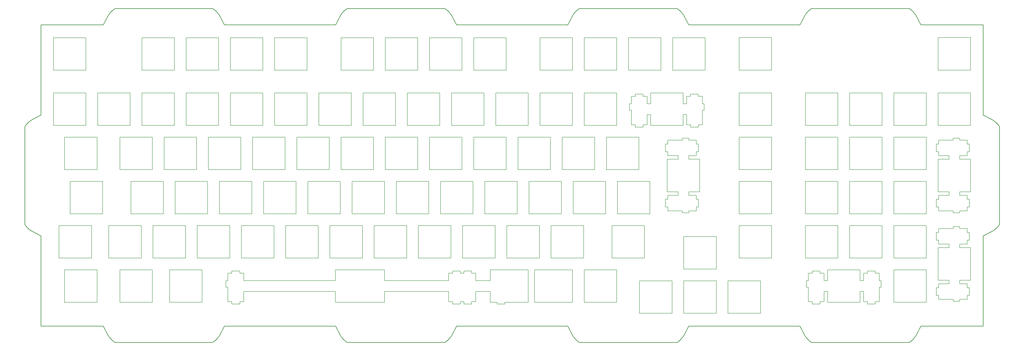
<source format=gm1>
%TF.GenerationSoftware,KiCad,Pcbnew,(6.0.4)*%
%TF.CreationDate,2022-05-15T20:24:28+02:00*%
%TF.ProjectId,plate,706c6174-652e-46b6-9963-61645f706362,rev?*%
%TF.SameCoordinates,Original*%
%TF.FileFunction,Profile,NP*%
%FSLAX46Y46*%
G04 Gerber Fmt 4.6, Leading zero omitted, Abs format (unit mm)*
G04 Created by KiCad (PCBNEW (6.0.4)) date 2022-05-15 20:24:28*
%MOMM*%
%LPD*%
G01*
G04 APERTURE LIST*
%TA.AperFunction,Profile*%
%ADD10C,0.264582*%
%TD*%
%TA.AperFunction,Profile*%
%ADD11C,0.188976*%
%TD*%
G04 APERTURE END LIST*
D10*
X7294943Y-211831716D02*
X7294943Y-172980795D01*
X7294943Y-211831716D02*
X7294943Y-211831716D01*
X34149170Y-211831716D02*
X7294943Y-211831716D01*
X134149176Y-211831716D02*
X86249167Y-211831716D01*
X234149176Y-211831808D02*
X186249167Y-211831701D01*
X334149176Y-211831716D02*
X286249152Y-211831823D01*
X413103278Y-211831716D02*
X386249182Y-211831716D01*
X413103278Y-211831716D02*
X413103278Y-211831716D01*
X413103278Y-172980795D02*
X413103278Y-211831716D01*
X413103278Y-82029864D02*
X413103278Y-120880796D01*
X413103278Y-82029864D02*
X413103278Y-82029864D01*
X386249182Y-82029864D02*
X413103278Y-82029864D01*
X286249152Y-82029864D02*
X334149176Y-82029864D01*
X186249167Y-82029864D02*
X234149176Y-82029864D01*
X86249167Y-82029864D02*
X134149176Y-82029864D01*
X7294944Y-82029863D02*
X34149170Y-82029863D01*
X7294944Y-82029863D02*
X7294944Y-82029863D01*
X7294943Y-120880793D02*
X7294944Y-82029863D01*
X339199164Y-218831716D02*
X381199164Y-218831716D01*
X381470778Y-218663544D02*
X381199164Y-218831716D01*
X381729375Y-218489587D02*
X381470778Y-218663544D01*
X381975523Y-218310096D02*
X381729375Y-218489587D01*
X382209788Y-218125324D02*
X381975523Y-218310096D01*
X382432739Y-217935524D02*
X382209788Y-218125324D01*
X382644943Y-217740948D02*
X382432739Y-217935524D01*
X383039380Y-217338474D02*
X382644943Y-217740948D01*
X383397639Y-216919921D02*
X383039380Y-217338474D01*
X383724259Y-216487307D02*
X383397639Y-216919921D01*
X384023782Y-216042650D02*
X383724259Y-216487307D01*
X384300745Y-215587967D02*
X384023782Y-216042650D01*
X386249152Y-211831716D02*
X384300745Y-215587967D01*
X338927550Y-218663544D02*
X339199164Y-218831716D01*
X338668953Y-218489587D02*
X338927550Y-218663544D01*
X338422806Y-218310096D02*
X338668953Y-218489587D01*
X338188541Y-218125324D02*
X338422806Y-218310096D01*
X337965591Y-217935524D02*
X338188541Y-218125324D01*
X337753387Y-217740948D02*
X337965591Y-217935524D01*
X337358952Y-217338474D02*
X337753387Y-217740948D01*
X337000695Y-216919921D02*
X337358952Y-217338474D01*
X336674077Y-216487307D02*
X337000695Y-216919921D01*
X336374556Y-216042650D02*
X336674077Y-216487307D01*
X336097594Y-215587967D02*
X336374556Y-216042650D01*
X334149176Y-211831716D02*
X336097594Y-215587967D01*
X39199172Y-218831716D02*
X81199172Y-218831716D01*
X81470786Y-218663544D02*
X81199172Y-218831716D01*
X81729382Y-218489587D02*
X81470786Y-218663544D01*
X81975530Y-218310096D02*
X81729382Y-218489587D01*
X82209795Y-218125324D02*
X81975530Y-218310096D01*
X82432745Y-217935524D02*
X82209795Y-218125324D01*
X82644949Y-217740948D02*
X82432745Y-217935524D01*
X83039385Y-217338474D02*
X82644949Y-217740948D01*
X83397642Y-216919921D02*
X83039385Y-217338474D01*
X83724261Y-216487307D02*
X83397642Y-216919921D01*
X84023782Y-216042650D02*
X83724261Y-216487307D01*
X84300745Y-215587967D02*
X84023782Y-216042650D01*
X86249167Y-211831716D02*
X84300745Y-215587967D01*
X38927557Y-218663544D02*
X39199172Y-218831716D01*
X38668960Y-218489587D02*
X38927557Y-218663544D01*
X38422812Y-218310096D02*
X38668960Y-218489587D01*
X38188547Y-218125324D02*
X38422812Y-218310096D01*
X37965596Y-217935524D02*
X38188547Y-218125324D01*
X37753392Y-217740948D02*
X37965596Y-217935524D01*
X37358956Y-217338474D02*
X37753392Y-217740948D01*
X37000698Y-216919921D02*
X37358956Y-217338474D01*
X36674078Y-216487307D02*
X37000698Y-216919921D01*
X36374556Y-216042650D02*
X36674078Y-216487307D01*
X36097593Y-215587967D02*
X36374556Y-216042650D01*
X34149172Y-211831716D02*
X36097593Y-215587967D01*
X139199179Y-218831716D02*
X181199179Y-218831716D01*
X181470793Y-218663544D02*
X181199179Y-218831716D01*
X181729390Y-218489587D02*
X181470793Y-218663544D01*
X181975538Y-218310096D02*
X181729390Y-218489587D01*
X182209803Y-218125324D02*
X181975538Y-218310096D01*
X182432754Y-217935524D02*
X182209803Y-218125324D01*
X182644957Y-217740948D02*
X182432754Y-217935524D01*
X183039393Y-217338474D02*
X182644957Y-217740948D01*
X183397651Y-216919921D02*
X183039393Y-217338474D01*
X183724271Y-216487307D02*
X183397651Y-216919921D01*
X184023793Y-216042650D02*
X183724271Y-216487307D01*
X184300757Y-215587967D02*
X184023793Y-216042650D01*
X186249182Y-211831716D02*
X184300757Y-215587967D01*
X138927564Y-218663544D02*
X139199179Y-218831716D01*
X138668966Y-218489587D02*
X138927564Y-218663544D01*
X138422817Y-218310096D02*
X138668966Y-218489587D01*
X138188551Y-218125324D02*
X138422817Y-218310096D01*
X137965600Y-217935524D02*
X138188551Y-218125324D01*
X137753395Y-217740948D02*
X137965600Y-217935524D01*
X137358958Y-217338474D02*
X137753395Y-217740948D01*
X137000700Y-216919921D02*
X137358958Y-217338474D01*
X136674080Y-216487307D02*
X137000700Y-216919921D01*
X136374559Y-216042650D02*
X136674080Y-216487307D01*
X136097596Y-215587967D02*
X136374559Y-216042650D01*
X134149176Y-211831716D02*
X136097596Y-215587967D01*
X239199164Y-218831808D02*
X281199164Y-218831808D01*
X281470778Y-218663637D02*
X281199164Y-218831808D01*
X281729375Y-218489681D02*
X281470778Y-218663637D01*
X281975523Y-218310191D02*
X281729375Y-218489681D01*
X282209788Y-218125421D02*
X281975523Y-218310191D01*
X282432739Y-217935622D02*
X282209788Y-218125421D01*
X282644943Y-217741046D02*
X282432739Y-217935622D01*
X283039380Y-217338574D02*
X282644943Y-217741046D01*
X283397639Y-216920023D02*
X283039380Y-217338574D01*
X283724259Y-216487410D02*
X283397639Y-216920023D01*
X284023782Y-216042753D02*
X283724259Y-216487410D01*
X284300745Y-215588070D02*
X284023782Y-216042753D01*
X286249152Y-211831808D02*
X284300745Y-215588070D01*
X238927550Y-218663637D02*
X239199164Y-218831808D01*
X238668953Y-218489681D02*
X238927550Y-218663637D01*
X238422806Y-218310191D02*
X238668953Y-218489681D01*
X238188540Y-218125421D02*
X238422806Y-218310191D01*
X237965590Y-217935622D02*
X238188540Y-218125421D01*
X237753386Y-217741046D02*
X237965590Y-217935622D01*
X237358950Y-217338574D02*
X237753386Y-217741046D01*
X237000692Y-216920023D02*
X237358950Y-217338574D01*
X236674073Y-216487410D02*
X237000692Y-216920023D01*
X236374551Y-216042753D02*
X236674073Y-216487410D01*
X236097588Y-215588070D02*
X236374551Y-216042753D01*
X234149176Y-211831808D02*
X236097588Y-215588070D01*
X339199164Y-75029864D02*
X381199164Y-75029864D01*
X381470778Y-75198035D02*
X381199164Y-75029864D01*
X381729375Y-75371992D02*
X381470778Y-75198035D01*
X381975523Y-75551482D02*
X381729375Y-75371992D01*
X382209788Y-75736252D02*
X381975523Y-75551482D01*
X382432739Y-75926052D02*
X382209788Y-75736252D01*
X382644943Y-76120628D02*
X382432739Y-75926052D01*
X383039380Y-76523101D02*
X382644943Y-76120628D01*
X383397639Y-76941653D02*
X383039380Y-76523101D01*
X383724259Y-77374266D02*
X383397639Y-76941653D01*
X384023782Y-77818923D02*
X383724259Y-77374266D01*
X384300745Y-78273606D02*
X384023782Y-77818923D01*
X386249152Y-82029863D02*
X384300745Y-78273606D01*
X338927550Y-75198035D02*
X339199164Y-75029864D01*
X338668953Y-75371992D02*
X338927550Y-75198035D01*
X338422806Y-75551482D02*
X338668953Y-75371992D01*
X338188541Y-75736252D02*
X338422806Y-75551482D01*
X337965591Y-75926052D02*
X338188541Y-75736252D01*
X337753387Y-76120628D02*
X337965591Y-75926052D01*
X337358952Y-76523101D02*
X337753387Y-76120628D01*
X337000695Y-76941653D02*
X337358952Y-76523101D01*
X336674077Y-77374266D02*
X337000695Y-76941653D01*
X336374556Y-77818923D02*
X336674077Y-77374266D01*
X336097594Y-78273606D02*
X336374556Y-77818923D01*
X334149176Y-82029863D02*
X336097594Y-78273606D01*
X420103278Y-167930792D02*
X420103278Y-125930796D01*
X419935106Y-125659177D02*
X420103278Y-125930792D01*
X419761148Y-125400580D02*
X419935106Y-125659177D01*
X419581658Y-125154433D02*
X419761148Y-125400580D01*
X419396886Y-124920167D02*
X419581658Y-125154433D01*
X419207086Y-124697216D02*
X419396886Y-124920167D01*
X419012510Y-124485013D02*
X419207086Y-124697216D01*
X418610037Y-124090577D02*
X419012510Y-124485013D01*
X418191486Y-123732319D02*
X418610037Y-124090577D01*
X417758873Y-123405699D02*
X418191486Y-123732319D01*
X417314216Y-123106178D02*
X417758873Y-123405699D01*
X416859534Y-122829214D02*
X417314216Y-123106178D01*
X413103278Y-120880793D02*
X416859534Y-122829214D01*
X419935106Y-168202406D02*
X420103278Y-167930792D01*
X419761148Y-168461004D02*
X419935106Y-168202406D01*
X419581658Y-168707152D02*
X419761148Y-168461004D01*
X419396886Y-168941418D02*
X419581658Y-168707152D01*
X419207086Y-169164369D02*
X419396886Y-168941418D01*
X419012510Y-169376573D02*
X419207086Y-169164369D01*
X418610037Y-169771009D02*
X419012510Y-169376573D01*
X418191486Y-170129267D02*
X418610037Y-169771009D01*
X417758873Y-170455887D02*
X418191486Y-170129267D01*
X417314216Y-170755408D02*
X417758873Y-170455887D01*
X416859534Y-171032371D02*
X417314216Y-170755408D01*
X413103278Y-172980787D02*
X416859534Y-171032371D01*
X294946Y-167930792D02*
X294944Y-125930796D01*
X463116Y-125659177D02*
X294944Y-125930792D01*
X637072Y-125400580D02*
X463116Y-125659177D01*
X816562Y-125154433D02*
X637072Y-125400580D01*
X1001333Y-124920167D02*
X816562Y-125154433D01*
X1191133Y-124697216D02*
X1001333Y-124920167D01*
X1385709Y-124485013D02*
X1191133Y-124697216D01*
X1788182Y-124090577D02*
X1385709Y-124485013D01*
X2206734Y-123732319D02*
X1788182Y-124090577D01*
X2639347Y-123405699D02*
X2206734Y-123732319D01*
X3084004Y-123106178D02*
X2639347Y-123405699D01*
X3538687Y-122829214D02*
X3084004Y-123106178D01*
X7294944Y-120880793D02*
X3538687Y-122829214D01*
X463118Y-168202406D02*
X294946Y-167930792D01*
X637074Y-168461004D02*
X463118Y-168202406D01*
X816564Y-168707152D02*
X637074Y-168461004D01*
X1001335Y-168941418D02*
X816564Y-168707152D01*
X1191135Y-169164369D02*
X1001335Y-168941418D01*
X1385711Y-169376573D02*
X1191135Y-169164369D01*
X1788183Y-169771009D02*
X1385711Y-169376573D01*
X2206735Y-170129267D02*
X1788183Y-169771009D01*
X2639349Y-170455887D02*
X2206735Y-170129267D01*
X3084006Y-170755408D02*
X2639349Y-170455887D01*
X3538689Y-171032371D02*
X3084006Y-170755408D01*
X7294947Y-172980787D02*
X3538689Y-171032371D01*
X39199172Y-75029864D02*
X81199172Y-75029864D01*
X81470786Y-75198035D02*
X81199172Y-75029864D01*
X81729382Y-75371992D02*
X81470786Y-75198035D01*
X81975530Y-75551482D02*
X81729382Y-75371992D01*
X82209795Y-75736252D02*
X81975530Y-75551482D01*
X82432745Y-75926052D02*
X82209795Y-75736252D01*
X82644949Y-76120628D02*
X82432745Y-75926052D01*
X83039385Y-76523101D02*
X82644949Y-76120628D01*
X83397642Y-76941653D02*
X83039385Y-76523101D01*
X83724261Y-77374266D02*
X83397642Y-76941653D01*
X84023782Y-77818923D02*
X83724261Y-77374266D01*
X84300745Y-78273606D02*
X84023782Y-77818923D01*
X86249167Y-82029863D02*
X84300745Y-78273606D01*
X38927557Y-75198035D02*
X39199172Y-75029864D01*
X38668960Y-75371992D02*
X38927557Y-75198035D01*
X38422812Y-75551482D02*
X38668960Y-75371992D01*
X38188547Y-75736252D02*
X38422812Y-75551482D01*
X37965596Y-75926052D02*
X38188547Y-75736252D01*
X37753392Y-76120628D02*
X37965596Y-75926052D01*
X37358956Y-76523101D02*
X37753392Y-76120628D01*
X37000698Y-76941653D02*
X37358956Y-76523101D01*
X36674078Y-77374266D02*
X37000698Y-76941653D01*
X36374556Y-77818923D02*
X36674078Y-77374266D01*
X36097593Y-78273606D02*
X36374556Y-77818923D01*
X34149172Y-82029863D02*
X36097593Y-78273606D01*
X139199179Y-75029864D02*
X181199179Y-75029864D01*
X181470793Y-75198035D02*
X181199179Y-75029864D01*
X181729390Y-75371992D02*
X181470793Y-75198035D01*
X181975538Y-75551482D02*
X181729390Y-75371992D01*
X182209803Y-75736252D02*
X181975538Y-75551482D01*
X182432754Y-75926052D02*
X182209803Y-75736252D01*
X182644957Y-76120628D02*
X182432754Y-75926052D01*
X183039393Y-76523101D02*
X182644957Y-76120628D01*
X183397651Y-76941653D02*
X183039393Y-76523101D01*
X183724271Y-77374266D02*
X183397651Y-76941653D01*
X184023793Y-77818923D02*
X183724271Y-77374266D01*
X184300757Y-78273606D02*
X184023793Y-77818923D01*
X186249182Y-82029863D02*
X184300757Y-78273606D01*
X138927564Y-75198035D02*
X139199179Y-75029864D01*
X138668966Y-75371992D02*
X138927564Y-75198035D01*
X138422817Y-75551482D02*
X138668966Y-75371992D01*
X138188551Y-75736252D02*
X138422817Y-75551482D01*
X137965600Y-75926052D02*
X138188551Y-75736252D01*
X137753395Y-76120628D02*
X137965600Y-75926052D01*
X137358958Y-76523101D02*
X137753395Y-76120628D01*
X137000700Y-76941653D02*
X137358958Y-76523101D01*
X136674080Y-77374266D02*
X137000700Y-76941653D01*
X136374559Y-77818923D02*
X136674080Y-77374266D01*
X136097596Y-78273606D02*
X136374559Y-77818923D01*
X134149176Y-82029863D02*
X136097596Y-78273606D01*
X239199164Y-75029864D02*
X281199164Y-75029864D01*
X281470778Y-75198035D02*
X281199164Y-75029864D01*
X281729375Y-75371992D02*
X281470778Y-75198035D01*
X281975523Y-75551482D02*
X281729375Y-75371992D01*
X282209788Y-75736252D02*
X281975523Y-75551482D01*
X282432739Y-75926052D02*
X282209788Y-75736252D01*
X282644943Y-76120628D02*
X282432739Y-75926052D01*
X283039380Y-76523101D02*
X282644943Y-76120628D01*
X283397639Y-76941653D02*
X283039380Y-76523101D01*
X283724259Y-77374266D02*
X283397639Y-76941653D01*
X284023782Y-77818923D02*
X283724259Y-77374266D01*
X284300745Y-78273606D02*
X284023782Y-77818923D01*
X286249152Y-82029863D02*
X284300745Y-78273606D01*
X238927550Y-75198035D02*
X239199164Y-75029864D01*
X238668953Y-75371992D02*
X238927550Y-75198035D01*
X238422806Y-75551482D02*
X238668953Y-75371992D01*
X238188540Y-75736252D02*
X238422806Y-75551482D01*
X237965590Y-75926052D02*
X238188540Y-75736252D01*
X237753386Y-76120628D02*
X237965590Y-75926052D01*
X237358950Y-76523101D02*
X237753386Y-76120628D01*
X237000692Y-76941653D02*
X237358950Y-76523101D01*
X236674073Y-77374266D02*
X237000692Y-76941653D01*
X236374551Y-77818923D02*
X236674073Y-77374266D01*
X236097588Y-78273606D02*
X236374551Y-77818923D01*
X234149176Y-82029863D02*
X236097588Y-78273606D01*
D11*
X26700993Y-87567006D02*
X12700994Y-87567006D01*
X26700993Y-87567006D02*
X26700993Y-87567006D01*
X26700993Y-101567003D02*
X26700993Y-87567006D01*
X26700993Y-101567003D02*
X26700993Y-101567003D01*
X12700994Y-101567003D02*
X26700993Y-101567003D01*
X12700994Y-101567003D02*
X12700994Y-101567003D01*
X12700994Y-87567006D02*
X12700994Y-101567003D01*
X64800993Y-87567006D02*
X50800993Y-87567006D01*
X64800993Y-87567006D02*
X64800993Y-87567006D01*
X64800993Y-101567003D02*
X64800993Y-87567006D01*
X64800993Y-101567003D02*
X64800993Y-101567003D01*
X50800993Y-101567003D02*
X64800993Y-101567003D01*
X50800993Y-101567003D02*
X50800993Y-101567003D01*
X50800993Y-87567006D02*
X50800993Y-101567003D01*
X83850997Y-87567006D02*
X69850997Y-87567006D01*
X83850997Y-87567006D02*
X83850997Y-87567006D01*
X83850997Y-101567003D02*
X83850997Y-87567006D01*
X83850997Y-101567003D02*
X83850997Y-101567003D01*
X69850997Y-101567003D02*
X83850997Y-101567003D01*
X69850997Y-101567003D02*
X69850997Y-101567003D01*
X69850997Y-87567006D02*
X69850997Y-101567003D01*
X102900992Y-87567006D02*
X88900992Y-87567006D01*
X102900992Y-87567006D02*
X102900992Y-87567006D01*
X102900992Y-101567003D02*
X102900992Y-87567006D01*
X102900992Y-101567003D02*
X102900992Y-101567003D01*
X88900992Y-101567003D02*
X102900992Y-101567003D01*
X88900992Y-101567003D02*
X88900992Y-101567003D01*
X88900992Y-87567006D02*
X88900992Y-101567003D01*
X121949996Y-87567006D02*
X107949996Y-87567006D01*
X121949996Y-87567006D02*
X121949996Y-87567006D01*
X121949996Y-101567003D02*
X121949996Y-87567006D01*
X121949996Y-101567003D02*
X121949996Y-101567003D01*
X107949996Y-101567003D02*
X121949996Y-101567003D01*
X107949996Y-101567003D02*
X107949996Y-101567003D01*
X107949996Y-87567006D02*
X107949996Y-101567003D01*
X150525992Y-87567006D02*
X136525992Y-87567006D01*
X150525992Y-87567006D02*
X150525992Y-87567006D01*
X150525992Y-101567003D02*
X150525992Y-87567006D01*
X150525992Y-101567003D02*
X150525992Y-101567003D01*
X136525992Y-101567003D02*
X150525992Y-101567003D01*
X136525992Y-101567003D02*
X136525992Y-101567003D01*
X136525992Y-87567006D02*
X136525992Y-101567003D01*
X169575995Y-87567006D02*
X155575995Y-87567006D01*
X169575995Y-87567006D02*
X169575995Y-87567006D01*
X169575995Y-101567003D02*
X169575995Y-87567006D01*
X169575995Y-101567003D02*
X169575995Y-101567003D01*
X155575995Y-101567003D02*
X169575995Y-101567003D01*
X155575995Y-101567003D02*
X155575995Y-101567003D01*
X155575995Y-87567006D02*
X155575995Y-101567003D01*
X188625998Y-87567006D02*
X174625998Y-87567006D01*
X188625998Y-87567006D02*
X188625998Y-87567006D01*
X188625998Y-101567003D02*
X188625998Y-87567006D01*
X188625998Y-101567003D02*
X188625998Y-101567003D01*
X174625998Y-101567003D02*
X188625998Y-101567003D01*
X174625998Y-101567003D02*
X174625998Y-101567003D01*
X174625998Y-87567006D02*
X174625998Y-101567003D01*
X207676001Y-87567006D02*
X193676001Y-87567006D01*
X207676001Y-87567006D02*
X207676001Y-87567006D01*
X207676001Y-101567003D02*
X207676001Y-87567006D01*
X207676001Y-101567003D02*
X207676001Y-101567003D01*
X193676001Y-101567003D02*
X207676001Y-101567003D01*
X193676001Y-101567003D02*
X193676001Y-101567003D01*
X193676001Y-87567006D02*
X193676001Y-101567003D01*
X236250998Y-87567006D02*
X222250998Y-87567006D01*
X236250998Y-87567006D02*
X236250998Y-87567006D01*
X236250998Y-101567003D02*
X236250998Y-87567006D01*
X236250998Y-101567003D02*
X236250998Y-101567003D01*
X222250998Y-101567003D02*
X236250998Y-101567003D01*
X222250998Y-101567003D02*
X222250998Y-101567003D01*
X222250998Y-87567006D02*
X222250998Y-101567003D01*
X255301001Y-87567006D02*
X241301001Y-87567006D01*
X255301001Y-87567006D02*
X255301001Y-87567006D01*
X255301001Y-101567003D02*
X255301001Y-87567006D01*
X255301001Y-101567003D02*
X255301001Y-101567003D01*
X241301001Y-101567003D02*
X255301001Y-101567003D01*
X241301001Y-101567003D02*
X241301001Y-101567003D01*
X241301001Y-87567006D02*
X241301001Y-101567003D01*
X274350989Y-87567006D02*
X260350989Y-87567006D01*
X274350989Y-87567006D02*
X274350989Y-87567006D01*
X274350989Y-101567003D02*
X274350989Y-87567006D01*
X274350989Y-101567003D02*
X274350989Y-101567003D01*
X260350989Y-101567003D02*
X274350989Y-101567003D01*
X260350989Y-101567003D02*
X260350989Y-101567003D01*
X260350989Y-87567006D02*
X260350989Y-101567003D01*
X293401007Y-87567006D02*
X279401007Y-87567006D01*
X293401007Y-87567006D02*
X293401007Y-87567006D01*
X293401007Y-101567003D02*
X293401007Y-87567006D01*
X293401007Y-101567003D02*
X293401007Y-101567003D01*
X279401007Y-101567003D02*
X293401007Y-101567003D01*
X279401007Y-101567003D02*
X279401007Y-101567003D01*
X279401007Y-87567006D02*
X279401007Y-101567003D01*
X26700993Y-111379003D02*
X12700994Y-111379003D01*
X26700993Y-111379003D02*
X26700993Y-111379003D01*
X26700993Y-125379003D02*
X26700993Y-111379003D01*
X26700993Y-125379003D02*
X26700993Y-125379003D01*
X12700994Y-125379003D02*
X26700993Y-125379003D01*
X12700994Y-125379003D02*
X12700994Y-125379003D01*
X12700994Y-111379003D02*
X12700994Y-125379003D01*
X45750994Y-111379003D02*
X31750994Y-111379003D01*
X45750994Y-111379003D02*
X45750994Y-111379003D01*
X45750994Y-125379003D02*
X45750994Y-111379003D01*
X45750994Y-125379003D02*
X45750994Y-125379003D01*
X31750994Y-125379003D02*
X45750994Y-125379003D01*
X31750994Y-125379003D02*
X31750994Y-125379003D01*
X31750994Y-111379003D02*
X31750994Y-125379003D01*
X64800993Y-111379003D02*
X50800993Y-111379003D01*
X64800993Y-111379003D02*
X64800993Y-111379003D01*
X64800993Y-125379003D02*
X64800993Y-111379003D01*
X64800993Y-125379003D02*
X64800993Y-125379003D01*
X50800993Y-125379003D02*
X64800993Y-125379003D01*
X50800993Y-125379003D02*
X50800993Y-125379003D01*
X50800993Y-111379003D02*
X50800993Y-125379003D01*
X83850997Y-111379003D02*
X69850997Y-111379003D01*
X83850997Y-111379003D02*
X83850997Y-111379003D01*
X83850997Y-125379003D02*
X83850997Y-111379003D01*
X83850997Y-125379003D02*
X83850997Y-125379003D01*
X69850997Y-125379003D02*
X83850997Y-125379003D01*
X69850997Y-125379003D02*
X69850997Y-125379003D01*
X69850997Y-111379003D02*
X69850997Y-125379003D01*
X102900992Y-111379003D02*
X88900992Y-111379003D01*
X102900992Y-111379003D02*
X102900992Y-111379003D01*
X102900992Y-125379003D02*
X102900992Y-111379003D01*
X102900992Y-125379003D02*
X102900992Y-125379003D01*
X88900992Y-125379003D02*
X102900992Y-125379003D01*
X88900992Y-125379003D02*
X88900992Y-125379003D01*
X88900992Y-111379003D02*
X88900992Y-125379003D01*
X121949996Y-111379003D02*
X107949996Y-111379003D01*
X121949996Y-111379003D02*
X121949996Y-111379003D01*
X121949996Y-125379003D02*
X121949996Y-111379003D01*
X121949996Y-125379003D02*
X121949996Y-125379003D01*
X107949996Y-125379003D02*
X121949996Y-125379003D01*
X107949996Y-125379003D02*
X107949996Y-125379003D01*
X107949996Y-111379003D02*
X107949996Y-125379003D01*
X141000998Y-111379003D02*
X126999991Y-111379003D01*
X141000998Y-111379003D02*
X141000998Y-111379003D01*
X141000998Y-125379003D02*
X141000998Y-111379003D01*
X141000998Y-125379003D02*
X141000998Y-125379003D01*
X126999991Y-125379003D02*
X141000998Y-125379003D01*
X126999991Y-125379003D02*
X126999991Y-125379003D01*
X126999991Y-111379003D02*
X126999991Y-125379003D01*
X160051001Y-111379003D02*
X146051001Y-111379003D01*
X160051001Y-111379003D02*
X160051001Y-111379003D01*
X160051001Y-125379003D02*
X160051001Y-111379003D01*
X160051001Y-125379003D02*
X160051001Y-125379003D01*
X146051001Y-125379003D02*
X160051001Y-125379003D01*
X146051001Y-125379003D02*
X146051001Y-125379003D01*
X146051001Y-111379003D02*
X146051001Y-125379003D01*
X179100989Y-111379003D02*
X165100989Y-111379003D01*
X179100989Y-111379003D02*
X179100989Y-111379003D01*
X179100989Y-125379003D02*
X179100989Y-111379003D01*
X179100989Y-125379003D02*
X179100989Y-125379003D01*
X165100989Y-125379003D02*
X179100989Y-125379003D01*
X165100989Y-125379003D02*
X165100989Y-125379003D01*
X165100989Y-111379003D02*
X165100989Y-125379003D01*
X198150992Y-111379003D02*
X184150992Y-111379003D01*
X198150992Y-111379003D02*
X198150992Y-111379003D01*
X198150992Y-125379003D02*
X198150992Y-111379003D01*
X198150992Y-125379003D02*
X198150992Y-125379003D01*
X184150992Y-125379003D02*
X198150992Y-125379003D01*
X184150992Y-125379003D02*
X184150992Y-125379003D01*
X184150992Y-111379003D02*
X184150992Y-125379003D01*
X217200995Y-111379003D02*
X203200995Y-111379003D01*
X217200995Y-111379003D02*
X217200995Y-111379003D01*
X217200995Y-125379003D02*
X217200995Y-111379003D01*
X217200995Y-125379003D02*
X217200995Y-125379003D01*
X203200995Y-125379003D02*
X217200995Y-125379003D01*
X203200995Y-125379003D02*
X203200995Y-125379003D01*
X203200995Y-111379003D02*
X203200995Y-125379003D01*
X236250998Y-111379003D02*
X222250998Y-111379003D01*
X236250998Y-111379003D02*
X236250998Y-111379003D01*
X236250998Y-125379003D02*
X236250998Y-111379003D01*
X236250998Y-125379003D02*
X236250998Y-125379003D01*
X222250998Y-125379003D02*
X236250998Y-125379003D01*
X222250998Y-125379003D02*
X222250998Y-125379003D01*
X222250998Y-111379003D02*
X222250998Y-125379003D01*
X255301001Y-111379003D02*
X241301001Y-111379003D01*
X255301001Y-111379003D02*
X255301001Y-111379003D01*
X255301001Y-125379003D02*
X255301001Y-111379003D01*
X255301001Y-125379003D02*
X255301001Y-125379003D01*
X241301001Y-125379003D02*
X255301001Y-125379003D01*
X241301001Y-125379003D02*
X241301001Y-125379003D01*
X241301001Y-111379003D02*
X241301001Y-125379003D01*
X407700995Y-101538608D02*
X407700995Y-87538608D01*
X407700995Y-101538608D02*
X407700995Y-101538608D01*
X393700995Y-101538608D02*
X407700995Y-101538608D01*
X393700995Y-101538608D02*
X393700995Y-101538608D01*
X393700995Y-87538608D02*
X393700995Y-101538608D01*
X393700995Y-87538608D02*
X393700995Y-87538608D01*
X407700995Y-87538608D02*
X393700995Y-87538608D01*
X321975989Y-111379003D02*
X307975989Y-111379003D01*
X321975989Y-111379003D02*
X321975989Y-111379003D01*
X321975989Y-125379003D02*
X321975989Y-111379003D01*
X321975989Y-125379003D02*
X321975989Y-125379003D01*
X307975989Y-125379003D02*
X321975989Y-125379003D01*
X307975989Y-125379003D02*
X307975989Y-125379003D01*
X307975989Y-111379003D02*
X307975989Y-125379003D01*
X350551001Y-111379003D02*
X336551001Y-111379003D01*
X350551001Y-111379003D02*
X350551001Y-111379003D01*
X350551001Y-125379003D02*
X350551001Y-111379003D01*
X350551001Y-125379003D02*
X350551001Y-125379003D01*
X336551001Y-125379003D02*
X350551001Y-125379003D01*
X336551001Y-125379003D02*
X336551001Y-125379003D01*
X336551001Y-111379003D02*
X336551001Y-125379003D01*
X369600989Y-111379003D02*
X355600989Y-111379003D01*
X369600989Y-111379003D02*
X369600989Y-111379003D01*
X369600989Y-125379003D02*
X369600989Y-111379003D01*
X369600989Y-125379003D02*
X369600989Y-125379003D01*
X355600989Y-125379003D02*
X369600989Y-125379003D01*
X355600989Y-125379003D02*
X355600989Y-125379003D01*
X355600989Y-111379003D02*
X355600989Y-125379003D01*
X388651007Y-111379003D02*
X374651007Y-111379003D01*
X388651007Y-111379003D02*
X388651007Y-111379003D01*
X388651007Y-125379003D02*
X388651007Y-111379003D01*
X388651007Y-125379003D02*
X388651007Y-125379003D01*
X374651007Y-125379003D02*
X388651007Y-125379003D01*
X374651007Y-125379003D02*
X374651007Y-125379003D01*
X374651007Y-111379003D02*
X374651007Y-125379003D01*
X307975989Y-101538608D02*
X321975989Y-101538608D01*
X307975989Y-101538608D02*
X307975989Y-101538608D01*
X307975989Y-87538608D02*
X307975989Y-101538608D01*
X307975989Y-87538608D02*
X307975989Y-87538608D01*
X321975989Y-87538608D02*
X307975989Y-87538608D01*
X321975989Y-87538608D02*
X321975989Y-87538608D01*
X321975989Y-101538608D02*
X321975989Y-87538608D01*
X407700995Y-111379003D02*
X393700995Y-111379003D01*
X407700995Y-111379003D02*
X407700995Y-111379003D01*
X407700995Y-125379003D02*
X407700995Y-111379003D01*
X407700995Y-125379003D02*
X407700995Y-125379003D01*
X393700995Y-125379003D02*
X407700995Y-125379003D01*
X393700995Y-125379003D02*
X393700995Y-125379003D01*
X393700995Y-111379003D02*
X393700995Y-125379003D01*
X283875983Y-111379003D02*
X269875983Y-111379003D01*
X283875983Y-111379003D02*
X283875983Y-111379003D01*
X283875983Y-116079000D02*
X283875983Y-111379003D01*
X283875983Y-116079000D02*
X283875983Y-116079000D01*
X285401007Y-116079000D02*
X283875983Y-116079000D01*
X285401007Y-116079000D02*
X285401007Y-116079000D01*
X285401007Y-112849001D02*
X285401007Y-116079000D01*
X285401007Y-112849001D02*
X285401007Y-112849001D01*
X287125983Y-112849001D02*
X285401007Y-112849001D01*
X287125983Y-112849001D02*
X287125983Y-112849001D01*
X287125983Y-111929005D02*
X287125983Y-112849001D01*
X287125983Y-111929005D02*
X287125983Y-111929005D01*
X290426001Y-111929005D02*
X287125983Y-111929005D01*
X290426001Y-111929005D02*
X290426001Y-111929005D01*
X290426001Y-112849001D02*
X290426001Y-111929005D01*
X290426001Y-112849001D02*
X290426001Y-112849001D01*
X292151007Y-112849001D02*
X290426001Y-112849001D01*
X292151007Y-112849001D02*
X292151007Y-112849001D01*
X292151007Y-116079000D02*
X292151007Y-112849001D01*
X292151007Y-116079000D02*
X292151007Y-116079000D01*
X292975989Y-116079000D02*
X292151007Y-116079000D01*
X292975989Y-116079000D02*
X292975989Y-116079000D01*
X292975989Y-118879003D02*
X292975989Y-116079000D01*
X292975989Y-118879003D02*
X292975989Y-118879003D01*
X292151007Y-118879003D02*
X292975989Y-118879003D01*
X292151007Y-118879003D02*
X292151007Y-118879003D01*
X292151007Y-125149004D02*
X292151007Y-118879003D01*
X292151007Y-125149004D02*
X292151007Y-125149004D01*
X290426001Y-125149004D02*
X292151007Y-125149004D01*
X290426001Y-125149004D02*
X290426001Y-125149004D01*
X290426001Y-126129003D02*
X290426001Y-125149004D01*
X290426001Y-126129003D02*
X290426001Y-126129003D01*
X287125983Y-126129003D02*
X290426001Y-126129003D01*
X287125983Y-126129003D02*
X287125983Y-126129003D01*
X287125983Y-125149004D02*
X287125983Y-126129003D01*
X287125983Y-125149004D02*
X287125983Y-125149004D01*
X285401007Y-125149004D02*
X287125983Y-125149004D01*
X285401007Y-125149004D02*
X285401007Y-125149004D01*
X285401007Y-120679003D02*
X285401007Y-125149004D01*
X285401007Y-120679003D02*
X285401007Y-120679003D01*
X283875983Y-120679003D02*
X285401007Y-120679003D01*
X283875983Y-120679003D02*
X283875983Y-120679003D01*
X283875983Y-125379003D02*
X283875983Y-120679003D01*
X283875983Y-125379003D02*
X283875983Y-125379003D01*
X269875983Y-125379003D02*
X283875983Y-125379003D01*
X269875983Y-125379003D02*
X269875983Y-125379003D01*
X269875983Y-120679003D02*
X269875983Y-125379003D01*
X269875983Y-120679003D02*
X269875983Y-120679003D01*
X268350989Y-120679003D02*
X269875983Y-120679003D01*
X268350989Y-120679003D02*
X268350989Y-120679003D01*
X268350989Y-125149004D02*
X268350989Y-120679003D01*
X268350989Y-125149004D02*
X268350989Y-125149004D01*
X266625983Y-125149004D02*
X268350989Y-125149004D01*
X266625983Y-125149004D02*
X266625983Y-125149004D01*
X266625983Y-126129003D02*
X266625983Y-125149004D01*
X266625983Y-126129003D02*
X266625983Y-126129003D01*
X263324988Y-126129003D02*
X266625983Y-126129003D01*
X263324988Y-126129003D02*
X263324988Y-126129003D01*
X263324988Y-125149004D02*
X263324988Y-126129003D01*
X263324988Y-125149004D02*
X263324988Y-125149004D01*
X261600989Y-125149004D02*
X263324988Y-125149004D01*
X261600989Y-125149004D02*
X261600989Y-125149004D01*
X261600989Y-118879003D02*
X261600989Y-125149004D01*
X261600989Y-118879003D02*
X261600989Y-118879003D01*
X260775992Y-118879003D02*
X261600989Y-118879003D01*
X260775992Y-118879003D02*
X260775992Y-118879003D01*
X260775992Y-116079000D02*
X260775992Y-118879003D01*
X260775992Y-116079000D02*
X260775992Y-116079000D01*
X261600989Y-116079000D02*
X260775992Y-116079000D01*
X261600989Y-116079000D02*
X261600989Y-116079000D01*
X261600989Y-112849001D02*
X261600989Y-116079000D01*
X261600989Y-112849001D02*
X261600989Y-112849001D01*
X263324988Y-112849001D02*
X261600989Y-112849001D01*
X263324988Y-112849001D02*
X263324988Y-112849001D01*
X263324988Y-111929005D02*
X263324988Y-112849001D01*
X263324988Y-111929005D02*
X263324988Y-111929005D01*
X266625983Y-111929005D02*
X263324988Y-111929005D01*
X266625983Y-111929005D02*
X266625983Y-111929005D01*
X266625983Y-112849001D02*
X266625983Y-111929005D01*
X266625983Y-112849001D02*
X266625983Y-112849001D01*
X268350989Y-112849001D02*
X266625983Y-112849001D01*
X268350989Y-112849001D02*
X268350989Y-112849001D01*
X268350989Y-116079000D02*
X268350989Y-112849001D01*
X268350989Y-116079000D02*
X268350989Y-116079000D01*
X269875983Y-116079000D02*
X268350989Y-116079000D01*
X269875983Y-116079000D02*
X269875983Y-116079000D01*
X269875983Y-111379003D02*
X269875983Y-116079000D01*
X31462994Y-130429003D02*
X17462994Y-130429003D01*
X31462994Y-130429003D02*
X31462994Y-130429003D01*
X31462994Y-144428999D02*
X31462994Y-130429003D01*
X31462994Y-144428999D02*
X31462994Y-144428999D01*
X17462994Y-144428999D02*
X31462994Y-144428999D01*
X17462994Y-144428999D02*
X17462994Y-144428999D01*
X17462994Y-130429003D02*
X17462994Y-144428999D01*
X55275996Y-130429003D02*
X41275996Y-130429003D01*
X55275996Y-130429003D02*
X55275996Y-130429003D01*
X55275996Y-144428999D02*
X55275996Y-130429003D01*
X55275996Y-144428999D02*
X55275996Y-144428999D01*
X41275996Y-144428999D02*
X55275996Y-144428999D01*
X41275996Y-144428999D02*
X41275996Y-144428999D01*
X41275996Y-130429003D02*
X41275996Y-144428999D01*
X74325995Y-130429003D02*
X60325995Y-130429003D01*
X74325995Y-130429003D02*
X74325995Y-130429003D01*
X74325995Y-144428999D02*
X74325995Y-130429003D01*
X74325995Y-144428999D02*
X74325995Y-144428999D01*
X60325995Y-144428999D02*
X74325995Y-144428999D01*
X60325995Y-144428999D02*
X60325995Y-144428999D01*
X60325995Y-130429003D02*
X60325995Y-144428999D01*
X93375990Y-130429003D02*
X79375990Y-130429003D01*
X93375990Y-130429003D02*
X93375990Y-130429003D01*
X93375990Y-144428999D02*
X93375990Y-130429003D01*
X93375990Y-144428999D02*
X93375990Y-144428999D01*
X79375990Y-144428999D02*
X93375990Y-144428999D01*
X79375990Y-144428999D02*
X79375990Y-144428999D01*
X79375990Y-130429003D02*
X79375990Y-144428999D01*
X112425993Y-130429003D02*
X98425993Y-130429003D01*
X112425993Y-130429003D02*
X112425993Y-130429003D01*
X112425993Y-144428999D02*
X112425993Y-130429003D01*
X112425993Y-144428999D02*
X112425993Y-144428999D01*
X98425993Y-144428999D02*
X112425993Y-144428999D01*
X98425993Y-144428999D02*
X98425993Y-144428999D01*
X98425993Y-130429003D02*
X98425993Y-144428999D01*
X131475997Y-130429003D02*
X117475997Y-130429003D01*
X131475997Y-130429003D02*
X131475997Y-130429003D01*
X131475997Y-144428999D02*
X131475997Y-130429003D01*
X131475997Y-144428999D02*
X131475997Y-144428999D01*
X117475997Y-144428999D02*
X131475997Y-144428999D01*
X117475997Y-144428999D02*
X117475997Y-144428999D01*
X117475997Y-130429003D02*
X117475997Y-144428999D01*
X150525992Y-130429003D02*
X136525992Y-130429003D01*
X150525992Y-130429003D02*
X150525992Y-130429003D01*
X150525992Y-144428999D02*
X150525992Y-130429003D01*
X150525992Y-144428999D02*
X150525992Y-144428999D01*
X136525992Y-144428999D02*
X150525992Y-144428999D01*
X136525992Y-144428999D02*
X136525992Y-144428999D01*
X136525992Y-130429003D02*
X136525992Y-144428999D01*
X169575995Y-130429003D02*
X155575995Y-130429003D01*
X169575995Y-130429003D02*
X169575995Y-130429003D01*
X169575995Y-144428999D02*
X169575995Y-130429003D01*
X169575995Y-144428999D02*
X169575995Y-144428999D01*
X155575995Y-144428999D02*
X169575995Y-144428999D01*
X155575995Y-144428999D02*
X155575995Y-144428999D01*
X155575995Y-130429003D02*
X155575995Y-144428999D01*
X188625998Y-130429003D02*
X174625998Y-130429003D01*
X188625998Y-130429003D02*
X188625998Y-130429003D01*
X188625998Y-144428999D02*
X188625998Y-130429003D01*
X188625998Y-144428999D02*
X188625998Y-144428999D01*
X174625998Y-144428999D02*
X188625998Y-144428999D01*
X174625998Y-144428999D02*
X174625998Y-144428999D01*
X174625998Y-130429003D02*
X174625998Y-144428999D01*
X207676001Y-130429003D02*
X193676001Y-130429003D01*
X207676001Y-130429003D02*
X207676001Y-130429003D01*
X207676001Y-144428999D02*
X207676001Y-130429003D01*
X207676001Y-144428999D02*
X207676001Y-144428999D01*
X193676001Y-144428999D02*
X207676001Y-144428999D01*
X193676001Y-144428999D02*
X193676001Y-144428999D01*
X193676001Y-130429003D02*
X193676001Y-144428999D01*
X226725989Y-130429003D02*
X212725989Y-130429003D01*
X226725989Y-130429003D02*
X226725989Y-130429003D01*
X226725989Y-144428999D02*
X226725989Y-130429003D01*
X226725989Y-144428999D02*
X226725989Y-144428999D01*
X212725989Y-144428999D02*
X226725989Y-144428999D01*
X212725989Y-144428999D02*
X212725989Y-144428999D01*
X212725989Y-130429003D02*
X212725989Y-144428999D01*
X245775992Y-130429003D02*
X231775992Y-130429003D01*
X245775992Y-130429003D02*
X245775992Y-130429003D01*
X245775992Y-144428999D02*
X245775992Y-130429003D01*
X245775992Y-144428999D02*
X245775992Y-144428999D01*
X231775992Y-144428999D02*
X245775992Y-144428999D01*
X231775992Y-144428999D02*
X231775992Y-144428999D01*
X231775992Y-130429003D02*
X231775992Y-144428999D01*
X264824988Y-130429003D02*
X250825995Y-130429003D01*
X264824988Y-130429003D02*
X264824988Y-130429003D01*
X264824988Y-144428999D02*
X264824988Y-130429003D01*
X264824988Y-144428999D02*
X264824988Y-144428999D01*
X250825995Y-144428999D02*
X264824988Y-144428999D01*
X250825995Y-144428999D02*
X250825995Y-144428999D01*
X250825995Y-130429003D02*
X250825995Y-144428999D01*
X321975989Y-130429003D02*
X307975989Y-130429003D01*
X321975989Y-130429003D02*
X321975989Y-130429003D01*
X321975989Y-144428999D02*
X321975989Y-130429003D01*
X321975989Y-144428999D02*
X321975989Y-144428999D01*
X307975989Y-144428999D02*
X321975989Y-144428999D01*
X307975989Y-144428999D02*
X307975989Y-144428999D01*
X307975989Y-130429003D02*
X307975989Y-144428999D01*
X350551001Y-130429003D02*
X336551001Y-130429003D01*
X350551001Y-130429003D02*
X350551001Y-130429003D01*
X350551001Y-144428999D02*
X350551001Y-130429003D01*
X350551001Y-144428999D02*
X350551001Y-144428999D01*
X336551001Y-144428999D02*
X350551001Y-144428999D01*
X336551001Y-144428999D02*
X336551001Y-144428999D01*
X336551001Y-130429003D02*
X336551001Y-144428999D01*
X369600989Y-130429003D02*
X355600989Y-130429003D01*
X369600989Y-130429003D02*
X369600989Y-130429003D01*
X369600989Y-144428999D02*
X369600989Y-130429003D01*
X369600989Y-144428999D02*
X369600989Y-144428999D01*
X355600989Y-144428999D02*
X369600989Y-144428999D01*
X355600989Y-144428999D02*
X355600989Y-144428999D01*
X355600989Y-130429003D02*
X355600989Y-144428999D01*
X388651007Y-130429003D02*
X374651007Y-130429003D01*
X388651007Y-130429003D02*
X388651007Y-130429003D01*
X388651007Y-144428999D02*
X388651007Y-130429003D01*
X388651007Y-144428999D02*
X388651007Y-144428999D01*
X374651007Y-144428999D02*
X388651007Y-144428999D01*
X374651007Y-144428999D02*
X374651007Y-144428999D01*
X374651007Y-130429003D02*
X374651007Y-144428999D01*
X286319006Y-130854002D02*
X283518988Y-130854002D01*
X286319006Y-130854002D02*
X286319006Y-130854002D01*
X286319006Y-131679003D02*
X286319006Y-130854002D01*
X286319006Y-131679003D02*
X286319006Y-131679003D01*
X289548987Y-131679003D02*
X286319006Y-131679003D01*
X289548987Y-131679003D02*
X289548987Y-131679003D01*
X289548987Y-133404001D02*
X289548987Y-131679003D01*
X289548987Y-133404001D02*
X289548987Y-133404001D01*
X290469000Y-133404001D02*
X289548987Y-133404001D01*
X290469000Y-133404001D02*
X290469000Y-133404001D01*
X290469000Y-136704000D02*
X290469000Y-133404001D01*
X290469000Y-136704000D02*
X290469000Y-136704000D01*
X289548987Y-136704000D02*
X290469000Y-136704000D01*
X289548987Y-136704000D02*
X289548987Y-136704000D01*
X289548987Y-138429003D02*
X289548987Y-136704000D01*
X289548987Y-138429003D02*
X289548987Y-138429003D01*
X286319006Y-138429003D02*
X289548987Y-138429003D01*
X286319006Y-138429003D02*
X286319006Y-138429003D01*
X286319006Y-139954000D02*
X286319006Y-138429003D01*
X286319006Y-139954000D02*
X286319006Y-139954000D01*
X291018988Y-139954000D02*
X286319006Y-139954000D01*
X291018988Y-139954000D02*
X291018988Y-139954000D01*
X291018988Y-153954000D02*
X291018988Y-139954000D01*
X291018988Y-153954000D02*
X291018988Y-153954000D01*
X286319006Y-153954000D02*
X291018988Y-153954000D01*
X286319006Y-153954000D02*
X286319006Y-153954000D01*
X286319006Y-155479002D02*
X286319006Y-153954000D01*
X286319006Y-155479002D02*
X286319006Y-155479002D01*
X289548987Y-155479002D02*
X286319006Y-155479002D01*
X289548987Y-155479002D02*
X289548987Y-155479002D01*
X289548987Y-157204000D02*
X289548987Y-155479002D01*
X289548987Y-157204000D02*
X289548987Y-157204000D01*
X290469000Y-157204000D02*
X289548987Y-157204000D01*
X290469000Y-157204000D02*
X290469000Y-157204000D01*
X290469000Y-160503996D02*
X290469000Y-157204000D01*
X290469000Y-160503996D02*
X290469000Y-160503996D01*
X289548987Y-160503996D02*
X290469000Y-160503996D01*
X289548987Y-160503996D02*
X289548987Y-160503996D01*
X289548987Y-162229002D02*
X289548987Y-160503996D01*
X289548987Y-162229002D02*
X289548987Y-162229002D01*
X286319006Y-162229002D02*
X289548987Y-162229002D01*
X286319006Y-162229002D02*
X286319006Y-162229002D01*
X286319006Y-163053999D02*
X286319006Y-162229002D01*
X286319006Y-163053999D02*
X286319006Y-163053999D01*
X283518988Y-163053999D02*
X286319006Y-163053999D01*
X283518988Y-163053999D02*
X283518988Y-163053999D01*
X283518988Y-162229002D02*
X283518988Y-163053999D01*
X283518988Y-162229002D02*
X283518988Y-162229002D01*
X277248999Y-162229002D02*
X283518988Y-162229002D01*
X277248999Y-162229002D02*
X277248999Y-162229002D01*
X277248999Y-160503996D02*
X277248999Y-162229002D01*
X277248999Y-160503996D02*
X277248999Y-160503996D01*
X276268988Y-160503996D02*
X277248999Y-160503996D01*
X276268988Y-160503996D02*
X276268988Y-160503996D01*
X276268988Y-157204000D02*
X276268988Y-160503996D01*
X276268988Y-157204000D02*
X276268988Y-157204000D01*
X277248999Y-157204000D02*
X276268988Y-157204000D01*
X277248999Y-157204000D02*
X277248999Y-157204000D01*
X277248999Y-155479002D02*
X277248999Y-157204000D01*
X277248999Y-155479002D02*
X277248999Y-155479002D01*
X281719000Y-155479002D02*
X277248999Y-155479002D01*
X281719000Y-155479002D02*
X281719000Y-155479002D01*
X281719000Y-153954000D02*
X281719000Y-155479002D01*
X281719000Y-153954000D02*
X281719000Y-153954000D01*
X277018988Y-153954000D02*
X281719000Y-153954000D01*
X277018988Y-153954000D02*
X277018988Y-153954000D01*
X277018988Y-139954000D02*
X277018988Y-153954000D01*
X277018988Y-139954000D02*
X277018988Y-139954000D01*
X281719000Y-139954000D02*
X277018988Y-139954000D01*
X281719000Y-139954000D02*
X281719000Y-139954000D01*
X281719000Y-138429003D02*
X281719000Y-139954000D01*
X281719000Y-138429003D02*
X281719000Y-138429003D01*
X277248999Y-138429003D02*
X281719000Y-138429003D01*
X277248999Y-138429003D02*
X277248999Y-138429003D01*
X277248999Y-136704000D02*
X277248999Y-138429003D01*
X277248999Y-136704000D02*
X277248999Y-136704000D01*
X276268988Y-136704000D02*
X277248999Y-136704000D01*
X276268988Y-136704000D02*
X276268988Y-136704000D01*
X276268988Y-133404001D02*
X276268988Y-136704000D01*
X276268988Y-133404001D02*
X276268988Y-133404001D01*
X277248999Y-133404001D02*
X276268988Y-133404001D01*
X277248999Y-133404001D02*
X277248999Y-133404001D01*
X277248999Y-131679003D02*
X277248999Y-133404001D01*
X277248999Y-131679003D02*
X277248999Y-131679003D01*
X283518988Y-131679003D02*
X277248999Y-131679003D01*
X283518988Y-131679003D02*
X283518988Y-131679003D01*
X283518988Y-130854002D02*
X283518988Y-131679003D01*
X403000983Y-130854002D02*
X400200995Y-130854002D01*
X403000983Y-130854002D02*
X403000983Y-130854002D01*
X403000983Y-131679003D02*
X403000983Y-130854002D01*
X403000983Y-131679003D02*
X403000983Y-131679003D01*
X406230994Y-131679003D02*
X403000983Y-131679003D01*
X406230994Y-131679003D02*
X406230994Y-131679003D01*
X406230994Y-133404001D02*
X406230994Y-131679003D01*
X406230994Y-133404001D02*
X406230994Y-133404001D01*
X407151007Y-133404001D02*
X406230994Y-133404001D01*
X407151007Y-133404001D02*
X407151007Y-133404001D01*
X407151007Y-136704000D02*
X407151007Y-133404001D01*
X407151007Y-136704000D02*
X407151007Y-136704000D01*
X406230994Y-136704000D02*
X407151007Y-136704000D01*
X406230994Y-136704000D02*
X406230994Y-136704000D01*
X406230994Y-138429003D02*
X406230994Y-136704000D01*
X406230994Y-138429003D02*
X406230994Y-138429003D01*
X403000983Y-138429003D02*
X406230994Y-138429003D01*
X403000983Y-138429003D02*
X403000983Y-138429003D01*
X403000983Y-139954000D02*
X403000983Y-138429003D01*
X403000983Y-139954000D02*
X403000983Y-139954000D01*
X407700995Y-139954000D02*
X403000983Y-139954000D01*
X407700995Y-139954000D02*
X407700995Y-139954000D01*
X407700995Y-153954000D02*
X407700995Y-139954000D01*
X407700995Y-153954000D02*
X407700995Y-153954000D01*
X403000983Y-153954000D02*
X407700995Y-153954000D01*
X403000983Y-153954000D02*
X403000983Y-153954000D01*
X403000983Y-155479002D02*
X403000983Y-153954000D01*
X403000983Y-155479002D02*
X403000983Y-155479002D01*
X406230994Y-155479002D02*
X403000983Y-155479002D01*
X406230994Y-155479002D02*
X406230994Y-155479002D01*
X406230994Y-157204000D02*
X406230994Y-155479002D01*
X406230994Y-157204000D02*
X406230994Y-157204000D01*
X407151007Y-157204000D02*
X406230994Y-157204000D01*
X407151007Y-157204000D02*
X407151007Y-157204000D01*
X407151007Y-160503996D02*
X407151007Y-157204000D01*
X407151007Y-160503996D02*
X407151007Y-160503996D01*
X406230994Y-160503996D02*
X407151007Y-160503996D01*
X406230994Y-160503996D02*
X406230994Y-160503996D01*
X406230994Y-162229002D02*
X406230994Y-160503996D01*
X406230994Y-162229002D02*
X406230994Y-162229002D01*
X403000983Y-162229002D02*
X406230994Y-162229002D01*
X403000983Y-162229002D02*
X403000983Y-162229002D01*
X403000983Y-163053999D02*
X403000983Y-162229002D01*
X403000983Y-163053999D02*
X403000983Y-163053999D01*
X400200995Y-163053999D02*
X403000983Y-163053999D01*
X400200995Y-163053999D02*
X400200995Y-163053999D01*
X400200995Y-162229002D02*
X400200995Y-163053999D01*
X400200995Y-162229002D02*
X400200995Y-162229002D01*
X393931006Y-162229002D02*
X400200995Y-162229002D01*
X393931006Y-162229002D02*
X393931006Y-162229002D01*
X393931006Y-160503996D02*
X393931006Y-162229002D01*
X393931006Y-160503996D02*
X393931006Y-160503996D01*
X392950995Y-160503996D02*
X393931006Y-160503996D01*
X392950995Y-160503996D02*
X392950995Y-160503996D01*
X392950995Y-157204000D02*
X392950995Y-160503996D01*
X392950995Y-157204000D02*
X392950995Y-157204000D01*
X393931006Y-157204000D02*
X392950995Y-157204000D01*
X393931006Y-157204000D02*
X393931006Y-157204000D01*
X393931006Y-155479002D02*
X393931006Y-157204000D01*
X393931006Y-155479002D02*
X393931006Y-155479002D01*
X398401007Y-155479002D02*
X393931006Y-155479002D01*
X398401007Y-155479002D02*
X398401007Y-155479002D01*
X398401007Y-153954000D02*
X398401007Y-155479002D01*
X398401007Y-153954000D02*
X398401007Y-153954000D01*
X393700995Y-153954000D02*
X398401007Y-153954000D01*
X393700995Y-153954000D02*
X393700995Y-153954000D01*
X393700995Y-139954000D02*
X393700995Y-153954000D01*
X393700995Y-139954000D02*
X393700995Y-139954000D01*
X398401007Y-139954000D02*
X393700995Y-139954000D01*
X398401007Y-139954000D02*
X398401007Y-139954000D01*
X398401007Y-138429003D02*
X398401007Y-139954000D01*
X398401007Y-138429003D02*
X398401007Y-138429003D01*
X393931006Y-138429003D02*
X398401007Y-138429003D01*
X393931006Y-138429003D02*
X393931006Y-138429003D01*
X393931006Y-136704000D02*
X393931006Y-138429003D01*
X393931006Y-136704000D02*
X393931006Y-136704000D01*
X392950995Y-136704000D02*
X393931006Y-136704000D01*
X392950995Y-136704000D02*
X392950995Y-136704000D01*
X392950995Y-133404001D02*
X392950995Y-136704000D01*
X392950995Y-133404001D02*
X392950995Y-133404001D01*
X393931006Y-133404001D02*
X392950995Y-133404001D01*
X393931006Y-133404001D02*
X393931006Y-133404001D01*
X393931006Y-131679003D02*
X393931006Y-133404001D01*
X393931006Y-131679003D02*
X393931006Y-131679003D01*
X400200995Y-131679003D02*
X393931006Y-131679003D01*
X400200995Y-131679003D02*
X400200995Y-131679003D01*
X400200995Y-130854002D02*
X400200995Y-131679003D01*
X33843995Y-149479002D02*
X19843994Y-149479002D01*
X33843995Y-149479002D02*
X33843995Y-149479002D01*
X33843995Y-163479002D02*
X33843995Y-149479002D01*
X33843995Y-163479002D02*
X33843995Y-163479002D01*
X19843994Y-163479002D02*
X33843995Y-163479002D01*
X19843994Y-163479002D02*
X19843994Y-163479002D01*
X19843994Y-149479002D02*
X19843994Y-163479002D01*
X60037993Y-149479002D02*
X46037993Y-149479002D01*
X60037993Y-149479002D02*
X60037993Y-149479002D01*
X60037993Y-163479002D02*
X60037993Y-149479002D01*
X60037993Y-163479002D02*
X60037993Y-163479002D01*
X46037993Y-163479002D02*
X60037993Y-163479002D01*
X46037993Y-163479002D02*
X46037993Y-163479002D01*
X46037993Y-149479002D02*
X46037993Y-163479002D01*
X79087996Y-149479002D02*
X65087992Y-149479002D01*
X79087996Y-149479002D02*
X79087996Y-149479002D01*
X79087996Y-163479002D02*
X79087996Y-149479002D01*
X79087996Y-163479002D02*
X79087996Y-163479002D01*
X65087992Y-163479002D02*
X79087996Y-163479002D01*
X65087992Y-163479002D02*
X65087992Y-163479002D01*
X65087992Y-149479002D02*
X65087992Y-163479002D01*
X98137991Y-149479002D02*
X84137991Y-149479002D01*
X98137991Y-149479002D02*
X98137991Y-149479002D01*
X98137991Y-163479002D02*
X98137991Y-149479002D01*
X98137991Y-163479002D02*
X98137991Y-163479002D01*
X84137991Y-163479002D02*
X98137991Y-163479002D01*
X84137991Y-163479002D02*
X84137991Y-163479002D01*
X84137991Y-149479002D02*
X84137991Y-163479002D01*
X117187994Y-149479002D02*
X103187994Y-149479002D01*
X117187994Y-149479002D02*
X117187994Y-149479002D01*
X117187994Y-163479002D02*
X117187994Y-149479002D01*
X117187994Y-163479002D02*
X117187994Y-163479002D01*
X103187994Y-163479002D02*
X117187994Y-163479002D01*
X103187994Y-163479002D02*
X103187994Y-163479002D01*
X103187994Y-149479002D02*
X103187994Y-163479002D01*
X136237998Y-149479002D02*
X122237998Y-149479002D01*
X136237998Y-149479002D02*
X136237998Y-149479002D01*
X136237998Y-163479002D02*
X136237998Y-149479002D01*
X136237998Y-163479002D02*
X136237998Y-163479002D01*
X122237998Y-163479002D02*
X136237998Y-163479002D01*
X122237998Y-163479002D02*
X122237998Y-163479002D01*
X122237998Y-149479002D02*
X122237998Y-163479002D01*
X155288001Y-149479002D02*
X141288001Y-149479002D01*
X155288001Y-149479002D02*
X155288001Y-149479002D01*
X155288001Y-163479002D02*
X155288001Y-149479002D01*
X155288001Y-163479002D02*
X155288001Y-163479002D01*
X141288001Y-163479002D02*
X155288001Y-163479002D01*
X141288001Y-163479002D02*
X141288001Y-163479002D01*
X141288001Y-149479002D02*
X141288001Y-163479002D01*
X174337988Y-149479002D02*
X160337988Y-149479002D01*
X174337988Y-149479002D02*
X174337988Y-149479002D01*
X174337988Y-163479002D02*
X174337988Y-149479002D01*
X174337988Y-163479002D02*
X174337988Y-163479002D01*
X160337988Y-163479002D02*
X174337988Y-163479002D01*
X160337988Y-163479002D02*
X160337988Y-163479002D01*
X160337988Y-149479002D02*
X160337988Y-163479002D01*
X193387991Y-149479002D02*
X179387991Y-149479002D01*
X193387991Y-149479002D02*
X193387991Y-149479002D01*
X193387991Y-163479002D02*
X193387991Y-149479002D01*
X193387991Y-163479002D02*
X193387991Y-163479002D01*
X179387991Y-163479002D02*
X193387991Y-163479002D01*
X179387991Y-163479002D02*
X179387991Y-163479002D01*
X179387991Y-149479002D02*
X179387991Y-163479002D01*
X212437994Y-149479002D02*
X198437994Y-149479002D01*
X212437994Y-149479002D02*
X212437994Y-149479002D01*
X212437994Y-163479002D02*
X212437994Y-149479002D01*
X212437994Y-163479002D02*
X212437994Y-163479002D01*
X198437994Y-163479002D02*
X212437994Y-163479002D01*
X198437994Y-163479002D02*
X198437994Y-163479002D01*
X198437994Y-149479002D02*
X198437994Y-163479002D01*
X231487998Y-149479002D02*
X217487998Y-149479002D01*
X231487998Y-149479002D02*
X231487998Y-149479002D01*
X231487998Y-163479002D02*
X231487998Y-149479002D01*
X231487998Y-163479002D02*
X231487998Y-163479002D01*
X217487998Y-163479002D02*
X231487998Y-163479002D01*
X217487998Y-163479002D02*
X217487998Y-163479002D01*
X217487998Y-149479002D02*
X217487998Y-163479002D01*
X250538001Y-149479002D02*
X236538001Y-149479002D01*
X250538001Y-149479002D02*
X250538001Y-149479002D01*
X250538001Y-163479002D02*
X250538001Y-149479002D01*
X250538001Y-163479002D02*
X250538001Y-163479002D01*
X236538001Y-163479002D02*
X250538001Y-163479002D01*
X236538001Y-163479002D02*
X236538001Y-163479002D01*
X236538001Y-149479002D02*
X236538001Y-163479002D01*
X269587988Y-149479002D02*
X255587988Y-149479002D01*
X269587988Y-149479002D02*
X269587988Y-149479002D01*
X269587988Y-163479002D02*
X269587988Y-149479002D01*
X269587988Y-163479002D02*
X269587988Y-163479002D01*
X255587988Y-163479002D02*
X269587988Y-163479002D01*
X255587988Y-163479002D02*
X255587988Y-163479002D01*
X255587988Y-149479002D02*
X255587988Y-163479002D01*
X321975989Y-149479002D02*
X307975989Y-149479002D01*
X321975989Y-149479002D02*
X321975989Y-149479002D01*
X321975989Y-163479002D02*
X321975989Y-149479002D01*
X321975989Y-163479002D02*
X321975989Y-163479002D01*
X307975989Y-163479002D02*
X321975989Y-163479002D01*
X307975989Y-163479002D02*
X307975989Y-163479002D01*
X307975989Y-149479002D02*
X307975989Y-163479002D01*
X350551001Y-149479002D02*
X336551001Y-149479002D01*
X350551001Y-149479002D02*
X350551001Y-149479002D01*
X350551001Y-163479002D02*
X350551001Y-149479002D01*
X350551001Y-163479002D02*
X350551001Y-163479002D01*
X336551001Y-163479002D02*
X350551001Y-163479002D01*
X336551001Y-163479002D02*
X336551001Y-163479002D01*
X336551001Y-149479002D02*
X336551001Y-163479002D01*
X369600989Y-149479002D02*
X355600989Y-149479002D01*
X369600989Y-149479002D02*
X369600989Y-149479002D01*
X369600989Y-163479002D02*
X369600989Y-149479002D01*
X369600989Y-163479002D02*
X369600989Y-163479002D01*
X355600989Y-163479002D02*
X369600989Y-163479002D01*
X355600989Y-163479002D02*
X355600989Y-163479002D01*
X355600989Y-149479002D02*
X355600989Y-163479002D01*
X388651007Y-149479002D02*
X374651007Y-149479002D01*
X388651007Y-149479002D02*
X388651007Y-149479002D01*
X388651007Y-163479002D02*
X388651007Y-149479002D01*
X388651007Y-163479002D02*
X388651007Y-163479002D01*
X374651007Y-163479002D02*
X388651007Y-163479002D01*
X374651007Y-163479002D02*
X374651007Y-163479002D01*
X374651007Y-149479002D02*
X374651007Y-163479002D01*
X29081994Y-168528997D02*
X15081994Y-168528997D01*
X29081994Y-168528997D02*
X29081994Y-168528997D01*
X29081994Y-182528997D02*
X29081994Y-168528997D01*
X29081994Y-182528997D02*
X29081994Y-182528997D01*
X15081994Y-182528997D02*
X29081994Y-182528997D01*
X15081994Y-182528997D02*
X15081994Y-182528997D01*
X15081994Y-168528997D02*
X15081994Y-182528997D01*
X50512995Y-168528997D02*
X36512993Y-168528997D01*
X50512995Y-168528997D02*
X50512995Y-168528997D01*
X50512995Y-182528997D02*
X50512995Y-168528997D01*
X50512995Y-182528997D02*
X50512995Y-182528997D01*
X36512993Y-182528997D02*
X50512995Y-182528997D01*
X36512993Y-182528997D02*
X36512993Y-182528997D01*
X36512993Y-168528997D02*
X36512993Y-182528997D01*
X69562994Y-168528997D02*
X55562994Y-168528997D01*
X69562994Y-168528997D02*
X69562994Y-168528997D01*
X69562994Y-182528997D02*
X69562994Y-168528997D01*
X69562994Y-182528997D02*
X69562994Y-182528997D01*
X55562994Y-182528997D02*
X69562994Y-182528997D01*
X55562994Y-182528997D02*
X55562994Y-182528997D01*
X55562994Y-168528997D02*
X55562994Y-182528997D01*
X88612998Y-168528997D02*
X74612998Y-168528997D01*
X88612998Y-168528997D02*
X88612998Y-168528997D01*
X88612998Y-182528997D02*
X88612998Y-168528997D01*
X88612998Y-182528997D02*
X88612998Y-182528997D01*
X74612998Y-182528997D02*
X88612998Y-182528997D01*
X74612998Y-182528997D02*
X74612998Y-182528997D01*
X74612998Y-168528997D02*
X74612998Y-182528997D01*
X107662993Y-168528997D02*
X93662993Y-168528997D01*
X107662993Y-168528997D02*
X107662993Y-168528997D01*
X107662993Y-182528997D02*
X107662993Y-168528997D01*
X107662993Y-182528997D02*
X107662993Y-182528997D01*
X93662993Y-182528997D02*
X107662993Y-182528997D01*
X93662993Y-182528997D02*
X93662993Y-182528997D01*
X93662993Y-168528997D02*
X93662993Y-182528997D01*
X126712996Y-168528997D02*
X112712996Y-168528997D01*
X126712996Y-168528997D02*
X126712996Y-168528997D01*
X126712996Y-182528997D02*
X126712996Y-168528997D01*
X126712996Y-182528997D02*
X126712996Y-182528997D01*
X112712996Y-182528997D02*
X126712996Y-182528997D01*
X112712996Y-182528997D02*
X112712996Y-182528997D01*
X112712996Y-168528997D02*
X112712996Y-182528997D01*
X145762991Y-168528997D02*
X131762991Y-168528997D01*
X145762991Y-168528997D02*
X145762991Y-168528997D01*
X145762991Y-182528997D02*
X145762991Y-168528997D01*
X145762991Y-182528997D02*
X145762991Y-182528997D01*
X131762991Y-182528997D02*
X145762991Y-182528997D01*
X131762991Y-182528997D02*
X131762991Y-182528997D01*
X131762991Y-168528997D02*
X131762991Y-182528997D01*
X164812994Y-168528997D02*
X150812994Y-168528997D01*
X164812994Y-168528997D02*
X164812994Y-168528997D01*
X164812994Y-182528997D02*
X164812994Y-168528997D01*
X164812994Y-182528997D02*
X164812994Y-182528997D01*
X150812994Y-182528997D02*
X164812994Y-182528997D01*
X150812994Y-182528997D02*
X150812994Y-182528997D01*
X150812994Y-168528997D02*
X150812994Y-182528997D01*
X183862998Y-168528997D02*
X169862998Y-168528997D01*
X183862998Y-168528997D02*
X183862998Y-168528997D01*
X183862998Y-182528997D02*
X183862998Y-168528997D01*
X183862998Y-182528997D02*
X183862998Y-182528997D01*
X169862998Y-182528997D02*
X183862998Y-182528997D01*
X169862998Y-182528997D02*
X169862998Y-182528997D01*
X169862998Y-168528997D02*
X169862998Y-182528997D01*
X202913001Y-168528997D02*
X188913001Y-168528997D01*
X202913001Y-168528997D02*
X202913001Y-168528997D01*
X202913001Y-182528997D02*
X202913001Y-168528997D01*
X202913001Y-182528997D02*
X202913001Y-182528997D01*
X188913001Y-182528997D02*
X202913001Y-182528997D01*
X188913001Y-182528997D02*
X188913001Y-182528997D01*
X188913001Y-168528997D02*
X188913001Y-182528997D01*
X221962988Y-168528997D02*
X207962988Y-168528997D01*
X221962988Y-168528997D02*
X221962988Y-168528997D01*
X221962988Y-182528997D02*
X221962988Y-168528997D01*
X221962988Y-182528997D02*
X221962988Y-182528997D01*
X207962988Y-182528997D02*
X221962988Y-182528997D01*
X207962988Y-182528997D02*
X207962988Y-182528997D01*
X207962988Y-168528997D02*
X207962988Y-182528997D01*
X241012991Y-168528997D02*
X227012991Y-168528997D01*
X241012991Y-168528997D02*
X241012991Y-168528997D01*
X241012991Y-182528997D02*
X241012991Y-168528997D01*
X241012991Y-182528997D02*
X241012991Y-182528997D01*
X227012991Y-182528997D02*
X241012991Y-182528997D01*
X227012991Y-182528997D02*
X227012991Y-182528997D01*
X227012991Y-168528997D02*
X227012991Y-182528997D01*
X267207007Y-168528997D02*
X253206992Y-168528997D01*
X267207007Y-168528997D02*
X267207007Y-168528997D01*
X267207007Y-182528997D02*
X267207007Y-168528997D01*
X267207007Y-182528997D02*
X267207007Y-182528997D01*
X253206992Y-182528997D02*
X267207007Y-182528997D01*
X253206992Y-182528997D02*
X253206992Y-182528997D01*
X253206992Y-168528997D02*
X253206992Y-182528997D01*
X321975989Y-168528997D02*
X307975989Y-168528997D01*
X321975989Y-168528997D02*
X321975989Y-168528997D01*
X321975989Y-182528997D02*
X321975989Y-168528997D01*
X321975989Y-182528997D02*
X321975989Y-182528997D01*
X307975989Y-182528997D02*
X321975989Y-182528997D01*
X307975989Y-182528997D02*
X307975989Y-182528997D01*
X307975989Y-168528997D02*
X307975989Y-182528997D01*
X350551001Y-168528997D02*
X336551001Y-168528997D01*
X350551001Y-168528997D02*
X350551001Y-168528997D01*
X350551001Y-182528997D02*
X350551001Y-168528997D01*
X350551001Y-182528997D02*
X350551001Y-182528997D01*
X336551001Y-182528997D02*
X350551001Y-182528997D01*
X336551001Y-182528997D02*
X336551001Y-182528997D01*
X336551001Y-168528997D02*
X336551001Y-182528997D01*
X369600989Y-168528997D02*
X355600989Y-168528997D01*
X369600989Y-168528997D02*
X369600989Y-168528997D01*
X369600989Y-182528997D02*
X369600989Y-168528997D01*
X369600989Y-182528997D02*
X369600989Y-182528997D01*
X355600989Y-182528997D02*
X369600989Y-182528997D01*
X355600989Y-182528997D02*
X355600989Y-182528997D01*
X355600989Y-168528997D02*
X355600989Y-182528997D01*
X388651007Y-168528997D02*
X374651007Y-168528997D01*
X388651007Y-168528997D02*
X388651007Y-168528997D01*
X388651007Y-182528997D02*
X388651007Y-168528997D01*
X388651007Y-182528997D02*
X388651007Y-182528997D01*
X374651007Y-182528997D02*
X388651007Y-182528997D01*
X374651007Y-182528997D02*
X374651007Y-182528997D01*
X374651007Y-168528997D02*
X374651007Y-182528997D01*
X298163001Y-173291998D02*
X284163001Y-173291998D01*
X298163001Y-173291998D02*
X298163001Y-173291998D01*
X298163001Y-187291998D02*
X298163001Y-173291998D01*
X298163001Y-187291998D02*
X298163001Y-187291998D01*
X284163001Y-187291998D02*
X298163001Y-187291998D01*
X284163001Y-187291998D02*
X284163001Y-187291998D01*
X284163001Y-173291998D02*
X284163001Y-187291998D01*
X403000983Y-168954000D02*
X400200995Y-168954000D01*
X403000983Y-168954000D02*
X403000983Y-168954000D01*
X403000983Y-169778997D02*
X403000983Y-168954000D01*
X403000983Y-169778997D02*
X403000983Y-169778997D01*
X406230994Y-169778997D02*
X403000983Y-169778997D01*
X406230994Y-169778997D02*
X406230994Y-169778997D01*
X406230994Y-171503996D02*
X406230994Y-169778997D01*
X406230994Y-171503996D02*
X406230994Y-171503996D01*
X407151007Y-171503996D02*
X406230994Y-171503996D01*
X407151007Y-171503996D02*
X407151007Y-171503996D01*
X407151007Y-174803999D02*
X407151007Y-171503996D01*
X407151007Y-174803999D02*
X407151007Y-174803999D01*
X406230994Y-174803999D02*
X407151007Y-174803999D01*
X406230994Y-174803999D02*
X406230994Y-174803999D01*
X406230994Y-176528997D02*
X406230994Y-174803999D01*
X406230994Y-176528997D02*
X406230994Y-176528997D01*
X403000983Y-176528997D02*
X406230994Y-176528997D01*
X403000983Y-176528997D02*
X403000983Y-176528997D01*
X403000983Y-178053999D02*
X403000983Y-176528997D01*
X403000983Y-178053999D02*
X403000983Y-178053999D01*
X407700995Y-178053999D02*
X403000983Y-178053999D01*
X407700995Y-178053999D02*
X407700995Y-178053999D01*
X407700995Y-192053999D02*
X407700995Y-178053999D01*
X407700995Y-192053999D02*
X407700995Y-192053999D01*
X403000983Y-192053999D02*
X407700995Y-192053999D01*
X403000983Y-192053999D02*
X403000983Y-192053999D01*
X403000983Y-193579000D02*
X403000983Y-192053999D01*
X403000983Y-193579000D02*
X403000983Y-193579000D01*
X406230994Y-193579000D02*
X403000983Y-193579000D01*
X406230994Y-193579000D02*
X406230994Y-193579000D01*
X406230994Y-195303999D02*
X406230994Y-193579000D01*
X406230994Y-195303999D02*
X406230994Y-195303999D01*
X407151007Y-195303999D02*
X406230994Y-195303999D01*
X407151007Y-195303999D02*
X407151007Y-195303999D01*
X407151007Y-198604002D02*
X407151007Y-195303999D01*
X407151007Y-198604002D02*
X407151007Y-198604002D01*
X406230994Y-198604002D02*
X407151007Y-198604002D01*
X406230994Y-198604002D02*
X406230994Y-198604002D01*
X406230994Y-200329000D02*
X406230994Y-198604002D01*
X406230994Y-200329000D02*
X406230994Y-200329000D01*
X403000983Y-200329000D02*
X406230994Y-200329000D01*
X403000983Y-200329000D02*
X403000983Y-200329000D01*
X403000983Y-201153997D02*
X403000983Y-200329000D01*
X403000983Y-201153997D02*
X403000983Y-201153997D01*
X400200995Y-201153997D02*
X403000983Y-201153997D01*
X400200995Y-201153997D02*
X400200995Y-201153997D01*
X400200995Y-200329000D02*
X400200995Y-201153997D01*
X400200995Y-200329000D02*
X400200995Y-200329000D01*
X393931006Y-200329000D02*
X400200995Y-200329000D01*
X393931006Y-200329000D02*
X393931006Y-200329000D01*
X393931006Y-198604002D02*
X393931006Y-200329000D01*
X393931006Y-198604002D02*
X393931006Y-198604002D01*
X392950995Y-198604002D02*
X393931006Y-198604002D01*
X392950995Y-198604002D02*
X392950995Y-198604002D01*
X392950995Y-195303999D02*
X392950995Y-198604002D01*
X392950995Y-195303999D02*
X392950995Y-195303999D01*
X393931006Y-195303999D02*
X392950995Y-195303999D01*
X393931006Y-195303999D02*
X393931006Y-195303999D01*
X393931006Y-193579000D02*
X393931006Y-195303999D01*
X393931006Y-193579000D02*
X393931006Y-193579000D01*
X398401007Y-193579000D02*
X393931006Y-193579000D01*
X398401007Y-193579000D02*
X398401007Y-193579000D01*
X398401007Y-192053999D02*
X398401007Y-193579000D01*
X398401007Y-192053999D02*
X398401007Y-192053999D01*
X393700995Y-192053999D02*
X398401007Y-192053999D01*
X393700995Y-192053999D02*
X393700995Y-192053999D01*
X393700995Y-178053999D02*
X393700995Y-192053999D01*
X393700995Y-178053999D02*
X393700995Y-178053999D01*
X398401007Y-178053999D02*
X393700995Y-178053999D01*
X398401007Y-178053999D02*
X398401007Y-178053999D01*
X398401007Y-176528997D02*
X398401007Y-178053999D01*
X398401007Y-176528997D02*
X398401007Y-176528997D01*
X393931006Y-176528997D02*
X398401007Y-176528997D01*
X393931006Y-176528997D02*
X393931006Y-176528997D01*
X393931006Y-174803999D02*
X393931006Y-176528997D01*
X393931006Y-174803999D02*
X393931006Y-174803999D01*
X392950995Y-174803999D02*
X393931006Y-174803999D01*
X392950995Y-174803999D02*
X392950995Y-174803999D01*
X392950995Y-171503996D02*
X392950995Y-174803999D01*
X392950995Y-171503996D02*
X392950995Y-171503996D01*
X393931006Y-171503996D02*
X392950995Y-171503996D01*
X393931006Y-171503996D02*
X393931006Y-171503996D01*
X393931006Y-169778997D02*
X393931006Y-171503996D01*
X393931006Y-169778997D02*
X393931006Y-169778997D01*
X400200995Y-169778997D02*
X393931006Y-169778997D01*
X400200995Y-169778997D02*
X400200995Y-169778997D01*
X400200995Y-168954000D02*
X400200995Y-169778997D01*
X31462994Y-187579000D02*
X17462994Y-187579000D01*
X31462994Y-187579000D02*
X31462994Y-187579000D01*
X31462994Y-201579000D02*
X31462994Y-187579000D01*
X31462994Y-201579000D02*
X31462994Y-201579000D01*
X17462994Y-201579000D02*
X31462994Y-201579000D01*
X17462994Y-201579000D02*
X17462994Y-201579000D01*
X17462994Y-187579000D02*
X17462994Y-201579000D01*
X55275996Y-187579000D02*
X41275996Y-187579000D01*
X55275996Y-187579000D02*
X55275996Y-187579000D01*
X55275996Y-201579000D02*
X55275996Y-187579000D01*
X55275996Y-201579000D02*
X55275996Y-201579000D01*
X41275996Y-201579000D02*
X55275996Y-201579000D01*
X41275996Y-201579000D02*
X41275996Y-201579000D01*
X41275996Y-187579000D02*
X41275996Y-201579000D01*
X76706992Y-187579000D02*
X62706995Y-187579000D01*
X76706992Y-187579000D02*
X76706992Y-187579000D01*
X76706992Y-201579000D02*
X76706992Y-187579000D01*
X76706992Y-201579000D02*
X76706992Y-201579000D01*
X62706995Y-201579000D02*
X76706992Y-201579000D01*
X62706995Y-201579000D02*
X62706995Y-201579000D01*
X62706995Y-187579000D02*
X62706995Y-201579000D01*
X236250998Y-187579000D02*
X219868994Y-187579000D01*
X236250998Y-187579000D02*
X236250998Y-187579000D01*
X236250998Y-201579000D02*
X236250998Y-187579000D01*
X236250998Y-201579000D02*
X236250998Y-201579000D01*
X219868994Y-201579000D02*
X236250998Y-201579000D01*
X219868994Y-201579000D02*
X219868994Y-201579000D01*
X219868994Y-187579000D02*
X219868994Y-201579000D01*
X255301001Y-187579000D02*
X241301001Y-187579000D01*
X255301001Y-187579000D02*
X255301001Y-187579000D01*
X255301001Y-201579000D02*
X255301001Y-187579000D01*
X255301001Y-201579000D02*
X255301001Y-201579000D01*
X241301001Y-201579000D02*
X255301001Y-201579000D01*
X241301001Y-201579000D02*
X241301001Y-201579000D01*
X241301001Y-187579000D02*
X241301001Y-201579000D01*
X388650000Y-187579000D02*
X374650000Y-187579000D01*
X388650000Y-187579000D02*
X388650000Y-187579000D01*
X388650000Y-201579000D02*
X388650000Y-187579000D01*
X388650000Y-201579000D02*
X388650000Y-201579000D01*
X374650000Y-201579000D02*
X388650000Y-201579000D01*
X374650000Y-201579000D02*
X374650000Y-201579000D01*
X374650000Y-187579000D02*
X374650000Y-201579000D01*
X155288001Y-187579000D02*
X134142996Y-187579000D01*
X155288001Y-187579000D02*
X155288001Y-187579000D01*
X155288001Y-192278997D02*
X155288001Y-187579000D01*
X155288001Y-192278997D02*
X155288001Y-192278997D01*
X182887991Y-192278997D02*
X155288001Y-192278997D01*
X182887991Y-192278997D02*
X182887991Y-192278997D01*
X182887991Y-189049002D02*
X182887991Y-192278997D01*
X182887991Y-189049002D02*
X182887991Y-189049002D01*
X184612998Y-189049002D02*
X182887991Y-189049002D01*
X184612998Y-189049002D02*
X184612998Y-189049002D01*
X184612998Y-188128996D02*
X184612998Y-189049002D01*
X184612998Y-188128996D02*
X184612998Y-188128996D01*
X187913001Y-188128996D02*
X184612998Y-188128996D01*
X187913001Y-188128996D02*
X187913001Y-188128996D01*
X187913001Y-189049002D02*
X187913001Y-188128996D01*
X187913001Y-189049002D02*
X187913001Y-189049002D01*
X189493994Y-189049002D02*
X187913001Y-189049002D01*
X189493994Y-189049002D02*
X189493994Y-189049002D01*
X189493994Y-188128996D02*
X189493994Y-189049002D01*
X189493994Y-188128996D02*
X189493994Y-188128996D01*
X192793997Y-188128996D02*
X189493994Y-188128996D01*
X192793997Y-188128996D02*
X192793997Y-188128996D01*
X192793997Y-189049002D02*
X192793997Y-188128996D01*
X192793997Y-189049002D02*
X192793997Y-189049002D01*
X194518988Y-189049002D02*
X192793997Y-189049002D01*
X194518988Y-189049002D02*
X194518988Y-189049002D01*
X194518988Y-192278997D02*
X194518988Y-189049002D01*
X194518988Y-192278997D02*
X194518988Y-192278997D01*
X200818991Y-192278997D02*
X194518988Y-192278997D01*
X200818991Y-192278997D02*
X200818991Y-192278997D01*
X200818991Y-187579000D02*
X200818991Y-192278997D01*
X200818991Y-187579000D02*
X200818991Y-187579000D01*
X217200995Y-187579000D02*
X200818991Y-187579000D01*
X217200995Y-187579000D02*
X217200995Y-187579000D01*
X217200995Y-201579000D02*
X217200995Y-187579000D01*
X217200995Y-201579000D02*
X217200995Y-201579000D01*
X207087988Y-201579000D02*
X217200995Y-201579000D01*
X207087988Y-201579000D02*
X207087988Y-201579000D01*
X207087988Y-202329000D02*
X207087988Y-201579000D01*
X207087988Y-202329000D02*
X207087988Y-202329000D01*
X203788001Y-202329000D02*
X207087988Y-202329000D01*
X203788001Y-202329000D02*
X203788001Y-202329000D01*
X203788001Y-201579000D02*
X203788001Y-202329000D01*
X203788001Y-201579000D02*
X203788001Y-201579000D01*
X200818991Y-201579000D02*
X203788001Y-201579000D01*
X200818991Y-201579000D02*
X200818991Y-201579000D01*
X200818991Y-196878996D02*
X200818991Y-201579000D01*
X200818991Y-196878996D02*
X200818991Y-196878996D01*
X194518988Y-196878996D02*
X200818991Y-196878996D01*
X194518988Y-196878996D02*
X194518988Y-196878996D01*
X194518988Y-201348997D02*
X194518988Y-196878996D01*
X194518988Y-201348997D02*
X194518988Y-201348997D01*
X192793997Y-201348997D02*
X194518988Y-201348997D01*
X192793997Y-201348997D02*
X192793997Y-201348997D01*
X192793997Y-202329000D02*
X192793997Y-201348997D01*
X192793997Y-202329000D02*
X192793997Y-202329000D01*
X189493994Y-202329000D02*
X192793997Y-202329000D01*
X189493994Y-202329000D02*
X189493994Y-202329000D01*
X189493994Y-201348997D02*
X189493994Y-202329000D01*
X189493994Y-201348997D02*
X189493994Y-201348997D01*
X187913001Y-201348997D02*
X189493994Y-201348997D01*
X187913001Y-201348997D02*
X187913001Y-201348997D01*
X187913001Y-202329000D02*
X187913001Y-201348997D01*
X187913001Y-202329000D02*
X187913001Y-202329000D01*
X184612998Y-202329000D02*
X187913001Y-202329000D01*
X184612998Y-202329000D02*
X184612998Y-202329000D01*
X184612998Y-201348997D02*
X184612998Y-202329000D01*
X184612998Y-201348997D02*
X184612998Y-201348997D01*
X182887991Y-201348997D02*
X184612998Y-201348997D01*
X182887991Y-201348997D02*
X182887991Y-201348997D01*
X182887991Y-196878996D02*
X182887991Y-201348997D01*
X182887991Y-196878996D02*
X182887991Y-196878996D01*
X155288001Y-196878996D02*
X182887991Y-196878996D01*
X155288001Y-196878996D02*
X155288001Y-196878996D01*
X155288001Y-201579000D02*
X155288001Y-196878996D01*
X155288001Y-201579000D02*
X155288001Y-201579000D01*
X134142996Y-201579000D02*
X155288001Y-201579000D01*
X134142996Y-201579000D02*
X134142996Y-201579000D01*
X134142996Y-196878996D02*
X134142996Y-201579000D01*
X134142996Y-196878996D02*
X134142996Y-196878996D01*
X94637991Y-196878996D02*
X134142996Y-196878996D01*
X94637991Y-196878996D02*
X94637991Y-196878996D01*
X94637991Y-201348997D02*
X94637991Y-196878996D01*
X94637991Y-201348997D02*
X94637991Y-201348997D01*
X92912993Y-201348997D02*
X94637991Y-201348997D01*
X92912993Y-201348997D02*
X92912993Y-201348997D01*
X92912993Y-202329000D02*
X92912993Y-201348997D01*
X92912993Y-202329000D02*
X92912993Y-202329000D01*
X89487998Y-202329000D02*
X92912993Y-202329000D01*
X89487998Y-202329000D02*
X89487998Y-202329000D01*
X89487998Y-201348997D02*
X89487998Y-202329000D01*
X89487998Y-201348997D02*
X89487998Y-201348997D01*
X87762991Y-201348997D02*
X89487998Y-201348997D01*
X87762991Y-201348997D02*
X87762991Y-201348997D01*
X87762991Y-195079000D02*
X87762991Y-201348997D01*
X87762991Y-195079000D02*
X87762991Y-195079000D01*
X86937994Y-195079000D02*
X87762991Y-195079000D01*
X86937994Y-195079000D02*
X86937994Y-195079000D01*
X86937994Y-192278997D02*
X86937994Y-195079000D01*
X86937994Y-192278997D02*
X86937994Y-192278997D01*
X87762991Y-192278997D02*
X86937994Y-192278997D01*
X87762991Y-192278997D02*
X87762991Y-192278997D01*
X87762991Y-189049002D02*
X87762991Y-192278997D01*
X87762991Y-189049002D02*
X87762991Y-189049002D01*
X89487998Y-189049002D02*
X87762991Y-189049002D01*
X89487998Y-189049002D02*
X89487998Y-189049002D01*
X89487998Y-188128996D02*
X89487998Y-189049002D01*
X89487998Y-188128996D02*
X89487998Y-188128996D01*
X92912993Y-188128996D02*
X89487998Y-188128996D01*
X92912993Y-188128996D02*
X92912993Y-188128996D01*
X92912993Y-189049002D02*
X92912993Y-188128996D01*
X92912993Y-189049002D02*
X92912993Y-189049002D01*
X94637991Y-189049002D02*
X92912993Y-189049002D01*
X94637991Y-189049002D02*
X94637991Y-189049002D01*
X94637991Y-192278997D02*
X94637991Y-189049002D01*
X94637991Y-192278997D02*
X94637991Y-192278997D01*
X134142996Y-192278997D02*
X94637991Y-192278997D01*
X134142996Y-192278997D02*
X134142996Y-192278997D01*
X134142996Y-187579000D02*
X134142996Y-192278997D01*
X360075995Y-187579000D02*
X346075995Y-187579000D01*
X360075995Y-187579000D02*
X360075995Y-187579000D01*
X360075995Y-192278997D02*
X360075995Y-187579000D01*
X360075995Y-192278997D02*
X360075995Y-192278997D01*
X361599982Y-192278997D02*
X360075995Y-192278997D01*
X361599982Y-192278997D02*
X361599982Y-192278997D01*
X361599982Y-189049002D02*
X361599982Y-192278997D01*
X361599982Y-189049002D02*
X361599982Y-189049002D01*
X363325995Y-189049002D02*
X361599982Y-189049002D01*
X363325995Y-189049002D02*
X363325995Y-189049002D01*
X363325995Y-188128996D02*
X363325995Y-189049002D01*
X363325995Y-188128996D02*
X363325995Y-188128996D01*
X366625983Y-188128996D02*
X363325995Y-188128996D01*
X366625983Y-188128996D02*
X366625983Y-188128996D01*
X366625983Y-189049002D02*
X366625983Y-188128996D01*
X366625983Y-189049002D02*
X366625983Y-189049002D01*
X368349982Y-189049002D02*
X366625983Y-189049002D01*
X368349982Y-189049002D02*
X368349982Y-189049002D01*
X368349982Y-192278997D02*
X368349982Y-189049002D01*
X368349982Y-192278997D02*
X368349982Y-192278997D01*
X369176001Y-192278997D02*
X368349982Y-192278997D01*
X369176001Y-192278997D02*
X369176001Y-192278997D01*
X369176001Y-195079000D02*
X369176001Y-192278997D01*
X369176001Y-195079000D02*
X369176001Y-195079000D01*
X368349982Y-195079000D02*
X369176001Y-195079000D01*
X368349982Y-195079000D02*
X368349982Y-195079000D01*
X368349982Y-201348997D02*
X368349982Y-195079000D01*
X368349982Y-201348997D02*
X368349982Y-201348997D01*
X366625983Y-201348997D02*
X368349982Y-201348997D01*
X366625983Y-201348997D02*
X366625983Y-201348997D01*
X366625983Y-202329000D02*
X366625983Y-201348997D01*
X366625983Y-202329000D02*
X366625983Y-202329000D01*
X363325995Y-202329000D02*
X366625983Y-202329000D01*
X363325995Y-202329000D02*
X363325995Y-202329000D01*
X363325995Y-201348997D02*
X363325995Y-202329000D01*
X363325995Y-201348997D02*
X363325995Y-201348997D01*
X361599982Y-201348997D02*
X363325995Y-201348997D01*
X361599982Y-201348997D02*
X361599982Y-201348997D01*
X361599982Y-196878996D02*
X361599982Y-201348997D01*
X361599982Y-196878996D02*
X361599982Y-196878996D01*
X360075995Y-196878996D02*
X361599982Y-196878996D01*
X360075995Y-196878996D02*
X360075995Y-196878996D01*
X360075995Y-201579000D02*
X360075995Y-196878996D01*
X360075995Y-201579000D02*
X360075995Y-201579000D01*
X346075995Y-201579000D02*
X360075995Y-201579000D01*
X346075995Y-201579000D02*
X346075995Y-201579000D01*
X346075995Y-196878996D02*
X346075995Y-201579000D01*
X346075995Y-196878996D02*
X346075995Y-196878996D01*
X344551001Y-196878996D02*
X346075995Y-196878996D01*
X344551001Y-196878996D02*
X344551001Y-196878996D01*
X344551001Y-201348997D02*
X344551001Y-196878996D01*
X344551001Y-201348997D02*
X344551001Y-201348997D01*
X342825995Y-201348997D02*
X344551001Y-201348997D01*
X342825995Y-201348997D02*
X342825995Y-201348997D01*
X342825995Y-202329000D02*
X342825995Y-201348997D01*
X342825995Y-202329000D02*
X342825995Y-202329000D01*
X339525000Y-202329000D02*
X342825995Y-202329000D01*
X339525000Y-202329000D02*
X339525000Y-202329000D01*
X339525000Y-201348997D02*
X339525000Y-202329000D01*
X339525000Y-201348997D02*
X339525000Y-201348997D01*
X337801001Y-201348997D02*
X339525000Y-201348997D01*
X337801001Y-201348997D02*
X337801001Y-201348997D01*
X337801001Y-195079000D02*
X337801001Y-201348997D01*
X337801001Y-195079000D02*
X337801001Y-195079000D01*
X336974982Y-195079000D02*
X337801001Y-195079000D01*
X336974982Y-195079000D02*
X336974982Y-195079000D01*
X336974982Y-192278997D02*
X336974982Y-195079000D01*
X336974982Y-192278997D02*
X336974982Y-192278997D01*
X337801001Y-192278997D02*
X336974982Y-192278997D01*
X337801001Y-192278997D02*
X337801001Y-192278997D01*
X337801001Y-189049002D02*
X337801001Y-192278997D01*
X337801001Y-189049002D02*
X337801001Y-189049002D01*
X339525000Y-189049002D02*
X337801001Y-189049002D01*
X339525000Y-189049002D02*
X339525000Y-189049002D01*
X339525000Y-188128996D02*
X339525000Y-189049002D01*
X339525000Y-188128996D02*
X339525000Y-188128996D01*
X342825995Y-188128996D02*
X339525000Y-188128996D01*
X342825995Y-188128996D02*
X342825995Y-188128996D01*
X342825995Y-189049002D02*
X342825995Y-188128996D01*
X342825995Y-189049002D02*
X342825995Y-189049002D01*
X344551001Y-189049002D02*
X342825995Y-189049002D01*
X344551001Y-189049002D02*
X344551001Y-189049002D01*
X344551001Y-192278997D02*
X344551001Y-189049002D01*
X344551001Y-192278997D02*
X344551001Y-192278997D01*
X346075995Y-192278997D02*
X344551001Y-192278997D01*
X346075995Y-192278997D02*
X346075995Y-192278997D01*
X346075995Y-187579000D02*
X346075995Y-192278997D01*
X279112982Y-192342001D02*
X265112982Y-192342001D01*
X279112982Y-192342001D02*
X279112982Y-192342001D01*
X279112982Y-206342001D02*
X279112982Y-192342001D01*
X279112982Y-206342001D02*
X279112982Y-206342001D01*
X265112982Y-206342001D02*
X279112982Y-206342001D01*
X265112982Y-206342001D02*
X265112982Y-206342001D01*
X265112982Y-192342001D02*
X265112982Y-206342001D01*
X298163001Y-192342001D02*
X284163001Y-192342001D01*
X298163001Y-192342001D02*
X298163001Y-192342001D01*
X298163001Y-206342001D02*
X298163001Y-192342001D01*
X298163001Y-206342001D02*
X298163001Y-206342001D01*
X284163001Y-206342001D02*
X298163001Y-206342001D01*
X284163001Y-206342001D02*
X284163001Y-206342001D01*
X284163001Y-192342001D02*
X284163001Y-206342001D01*
X317212988Y-192342001D02*
X303212988Y-192342001D01*
X317212988Y-192342001D02*
X317212988Y-192342001D01*
X317212988Y-206342001D02*
X317212988Y-192342001D01*
X317212988Y-206342001D02*
X317212988Y-206342001D01*
X303212988Y-206342001D02*
X317212988Y-206342001D01*
X303212988Y-206342001D02*
X303212988Y-206342001D01*
X303212988Y-192342001D02*
X303212988Y-206342001D01*
M02*

</source>
